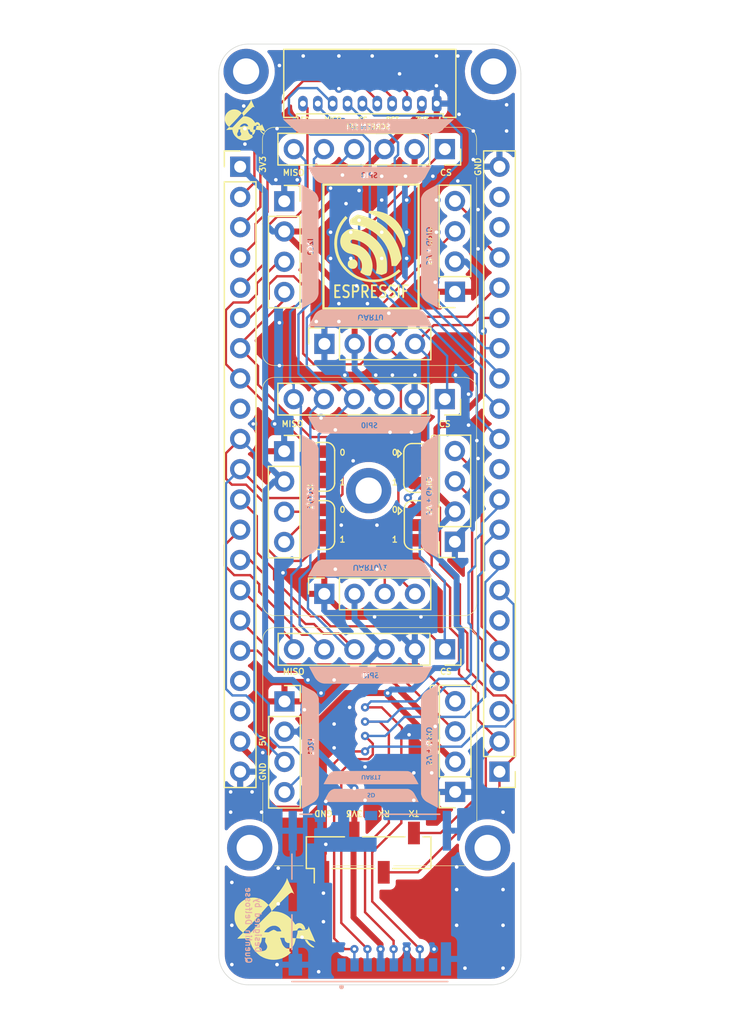
<source format=kicad_pcb>
(kicad_pcb (version 20211014) (generator pcbnew)
  (layers (0 "F.Cu" signal "F.Cu (Sig)") (31 "B.Cu" signal "B.Cu (Sig)") (34 "B.Paste" user) (35 "F.Paste" user) (36 "B.SilkS" user "B.Silkscreen") (37 "F.SilkS" user "F.Silkscreen") (38 "B.Mask" user) (39 "F.Mask" user) (44 "Edge.Cuts" user))
  (net 0 "")
  (net 1 "/I2C0_SDA")
  (net 2 "/I2C0{slash}1_SDA")
  (net 3 "/I2C1_SDA")
  (net 4 "/I2C0_SCL")
  (net 5 "/I2C0{slash}1_SCL")
  (net 6 "/I2C1_SCL")
  (net 7 "/UART0_TX")
  (net 8 "/UART0{slash}1_TX")
  (net 9 "/UART1_TX")
  (net 10 "/UART0_RX")
  (net 11 "/UART0{slash}1_RX")
  (net 12 "/UART1_RX")
  (net 13 "/SPI0_CS")
  (net 14 "GND")
  (net 15 "+3V3")
  (net 16 "/SPI0_CLK")
  (net 17 "/SPI0_MOSI")
  (net 18 "/SPI0_MISO")
  (net 19 "+5V")
  (net 20 "/GPIO15")
  (net 21 "/GPIO14")
  (net 22 "/GPIO45")
  (net 23 "/GPIO4")
  (net 24 "/GPIO26")
  (net 25 "/GPIO21")
  (net 26 "/GPIO0_D{slash}C")
  (net 27 "/GPIO1_RST")
  (net 28 "/GPIO2_SDCS")
  (net 29 "/GPIO3_LED")
  (net 34 "/SPI1_CS")
  (net 35 "/SPI1_MOSI")
  (net 36 "/SPI1_CLK")
  (net 37 "/SPI1_MISO")
  (net 39 "/SPI2_MISO")
  (net 40 "/SPI2_CLK")
  (net 41 "/SPI2_MOSI")
  (net 42 "/SPI2_CS")
  (footprint "Connector_PinHeader_2.54mm:PinHeader_1x21_P2.54mm_Vertical" (layer "F.Cu") (at 178.2 98.1 180)
    (fp_text reference "J3" hide)
    (fp_text value "ESP32_Conn_J3")
  )
  (footprint "Connector_PinSocket_2.54mm:PinSocket_1x04_P2.54mm_Vertical" (layer "F.Cu") (at 160.1 71.192893)
    (fp_text reference "J21" hide)
    (fp_text value "Conn_01x04_Female")
  )
  (footprint "Jumper:SolderJumper-3_P1.3mm_Open_RoundedPad1.0x1.5mm" (layer "F.Cu") (at 171.1575 72.592893 -90)
    (fp_text reference "JP4" hide)
    (fp_text value "SolderJumper_3_Open")
  )
  (footprint "Jumper:SolderJumper-3_P1.3mm_Open_RoundedPad1.0x1.5mm" (layer "F.Cu") (at 163.3425 72.5 -90)
    (fp_text reference "JP2" hide)
    (fp_text value "SolderJumper_3_Open")
  )
  (footprint "Connector_PinSocket_2.54mm:PinSocket_1x06_P2.54mm_Vertical" (layer "F.Cu") (at 173.607107 45.825 -90)
    (fp_text reference "J10" hide)
    (fp_text value "Conn_01x06_Female")
  )
  (footprint "Connector_PinSocket_2.54mm:PinSocket_1x04_P2.54mm_Vertical" (layer "F.Cu") (at 160.125 92.2)
    (fp_text reference "J31" hide)
    (fp_text value "Conn_01x04_Female")
  )
  (footprint "Connector_PinSocket_2.54mm:PinSocket_1x04_P2.54mm_Vertical" (layer "F.Cu") (at 174.475 99.8 180)
    (fp_text reference "J33" hide)
    (fp_text value "Conn_01x04_Female")
  )
  (footprint "LOGO" (layer "F.Cu") (at 156.7 43.5 90)
    (fp_text reference "G***" hide)
    (fp_text value "LOGO" hide)
  )
  (footprint "Connector_PinSocket_2.54mm:PinSocket_1x06_P2.54mm_Vertical" (layer "F.Cu") (at 173.6 66.817893 -90)
    (fp_text reference "J20" hide)
    (fp_text value "Conn_01x06_Female")
  )
  (footprint "Connector_PinSocket_2.54mm:PinSocket_1x04_P2.54mm_Vertical_SMD_Pin1Left" (layer "F.Cu") (at 167.2 104.9 90)
    (fp_text reference "J32" hide)
    (fp_text value "Conn_01x04_Female")
  )
  (footprint "Connector_Molex:Molex_PicoBlade_53048-1010_1x10_P1.25mm_Horizontal" (layer "F.Cu") (at 172.925 42 180)
    (fp_text reference "J40" hide)
    (fp_text value "Screen_connector")
  )
  (footprint "MountingHole:MountingHole_2.2mm_M2_DIN965_Pad_TopBottom" (layer "F.Cu") (at 156.9 39.3)
    (fp_text reference "H0" hide)
    (fp_text value "MountingHole")
  )
  (footprint "Connector_PinSocket_2.54mm:PinSocket_1x04_P2.54mm_Vertical" (layer "F.Cu") (at 160.107107 50.2)
    (fp_text reference "J11" hide)
    (fp_text value "Conn_01x04_Female")
  )
  (footprint "Connector_PinHeader_2.54mm:PinHeader_1x21_P2.54mm_Vertical" (layer "F.Cu") (at 156.4 47.3)
    (fp_text reference "J1" hide)
    (fp_text value "ESP32_Conn_J1")
  )
  (footprint "Connector_PinSocket_2.54mm:PinSocket_1x04_P2.54mm_Vertical" (layer "F.Cu") (at 174.457107 57.8 180)
    (fp_text reference "J13" hide)
    (fp_text value "Conn_01x04_Female")
  )
  (footprint "Connector_PinSocket_2.54mm:PinSocket_1x04_P2.54mm_Vertical" (layer "F.Cu") (at 163.475 83.167893 90)
    (fp_text reference "J22" hide)
    (fp_text value "Conn_01x04_Female")
  )
  (footprint "MountingHole:MountingHole_2.2mm_M2_DIN965_Pad_TopBottom" (layer "F.Cu") (at 177.2 104.5)
    (fp_text reference "H2" hide)
    (fp_text value "MountingHole")
  )
  (footprint "Connector_PinSocket_2.54mm:PinSocket_1x04_P2.54mm_Vertical" (layer "F.Cu") (at 163.482107 62.175 90)
    (fp_text reference "J12" hide)
    (fp_text value "Conn_01x04_Female")
  )
  (footprint "Jumper:SolderJumper-3_P1.3mm_Open_RoundedPad1.0x1.5mm" (layer "F.Cu") (at 163.3425 77.392893 -90)
    (fp_text reference "JP1" hide)
    (fp_text value "SolderJumper_3_Open")
  )
  (footprint "LOGO" (layer "F.Cu") (at 167.3 54)
    (fp_text reference "G***" hide)
    (fp_text value "LOGO" hide)
  )
  (footprint "Connector_PinSocket_2.54mm:PinSocket_1x04_P2.54mm_Vertical" (layer "F.Cu") (at 174.45 78.792893 180)
    (fp_text reference "J23" hide)
    (fp_text value "Conn_01x04_Female")
  )
  (footprint "MountingHole:MountingHole_2.2mm_M2_DIN965_Pad_TopBottom" (layer "F.Cu") (at 167.2 74.5)
    (fp_text reference "H4" hide)
    (fp_text value "MountingHole")
  )
  (footprint "Jumper:SolderJumper-3_P1.3mm_Open_RoundedPad1.0x1.5mm" (layer "F.Cu") (at 171.2 77.392893 -90)
    (fp_text reference "JP3" hide)
    (fp_text value "SolderJumper_3_Open")
  )
  (footprint "Connector_PinSocket_2.54mm:PinSocket_1x06_P2.54mm_Vertical" (layer "F.Cu") (at 173.625 87.825 -90)
    (fp_text reference "J30" hide)
    (fp_text value "Conn_01x06_Female")
  )
  (footprint "MountingHole:MountingHole_2.2mm_M2_DIN965_Pad_TopBottom" (layer "F.Cu") (at 157.2 104.5)
    (fp_text reference "H3" hide)
    (fp_text value "MountingHole")
  )
  (footprint "MountingHole:MountingHole_2.2mm_M2_DIN965_Pad_TopBottom" (layer "F.Cu") (at 177.7 39.3)
    (fp_text reference "H1" hide)
    (fp_text value "MountingHole")
  )
  (footprint "LOGO" (layer "F.Cu") (at 159.1 110.7 90)
    (fp_text reference "G***" hide)
    (fp_text value "LOGO" hide)
  )
  (footprint "LOGO" (layer "B.Cu") (at 167.3 69)
    (fp_text reference "G***" hide)
    (fp_text value "LOGO" hide)
  )
  (footprint "LOGO" (layer "B.Cu") (at 167.4 90)
    (fp_text reference "G***" hide)
    (fp_text value "LOGO" hide)
  )
  (footprint "LOGO" (layer "B.Cu") (at 162.3 75 90)
    (fp_text reference "G***" hide)
    (fp_text value "LOGO" hide)
  )
  (footprint "LOGO" (layer "B.Cu") (at 167.3 60 180)
    (fp_text reference "G***" hide)
    (fp_text value "LOGO" hide)
  )
  (footprint "LOGO" (layer "B.Cu") (at 167.3 81 180)
    (fp_text reference "G***" hide)
    (fp_text value "LOGO" hide)
  )
  (footprint "LOGO" (layer "B.Cu") (at 167.4 100.1 180)
    (fp_text reference "G***" hide)
    (fp_text value "LOGO" hide)
  )
  (footprint "LOGO" (layer "B.Cu") (at 172.3 75 -90)
    (fp_text reference "G***" hide)
    (fp_text value "LOGO" hide)
  )
  (footprint "LOGO" (layer "B.Cu") (at 167.4 98.6 180)
    (fp_text reference "G***" hide)
    (fp_text value "LOGO" hide)
  )
  (footprint "LOGO" (layer "B.Cu") (at 167.3 48)
    (fp_text reference "G***" hide)
    (fp_text value "LOGO" hide)
  )
  (footprint "KiCAD_Components_Footprints_Local:MOLEX_503398-1892" (layer "B.Cu") (at 167.3 108.7)
    (fp_text reference "J2" hide)
    (fp_text value "Mico_SD_Socket")
  )
  (footprint "LOGO" (layer "B.Cu") (at 167.2 43.9)
    (fp_text reference "G***" hide)
    (fp_text value "LOGO" hide)
  )
  (footprint "LOGO" (layer "B.Cu") (at 172.3 54 -90)
    (fp_text reference "G***" hide)
    (fp_text value "LOGO" hide)
  )
  (footprint "LOGO" (layer "B.Cu") (at 162.3 96 90)
    (fp_text reference "G***" hide)
    (fp_text value "LOGO" hide)
  )
  (footprint "LOGO" (layer "B.Cu") (at 172.3 96 -90)
    (fp_text reference "G***" hide)
    (fp_text value "LOGO" hide)
  )
  (footprint "LOGO" (layer "B.Cu") (at 162.3 54 90)
    (fp_text reference "G***" hide)
    (fp_text value "LOGO" hide)
  )
  (gr_line (start 158.275 83.992893) (end 158.275 65.992893) (layer "F.SilkS") (width 0.05))
  (gr_line (start 159.3 86) (end 175.3 86) (layer "F.SilkS") (width 0.05))
  (gr_line (start 176.275 48.2) (end 176.275 62.992893) (layer "F.SilkS") (width 0.05))
  (gr_arc (start 175.275 43.992893) (mid 175.982107 44.285786) (end 176.275 44.992893) (layer "F.SilkS") (width 0.05))
  (gr_line (start 175.3 106) (end 169.3 106) (layer "F.SilkS") (width 0.05))
  (gr_line (start 159.275 64.992893) (end 175.275 64.992893) (layer "F.SilkS") (width 0.05))
  (gr_line (start 175.275 63.992893) (end 159.275 63.992893) (layer "F.SilkS") (width 0.05))
  (gr_arc (start 158.275 65.992893) (mid 158.567893 65.285786) (end 159.275 64.992893) (layer "F.SilkS") (width 0.05))
  (gr_arc (start 159.275 84.992893) (mid 158.567893 84.7) (end 158.275 83.992893) (layer "F.SilkS") (width 0.05))
  (gr_line (start 163.4 59.2) (end 163.4 48.8) (layer "F.SilkS") (width 0.2))
  (gr_line (start 163.4 48.8) (end 171.4 48.8) (layer "F.SilkS") (width 0.2))
  (gr_line (start 158.275 62.992893) (end 158.275 48) (layer "F.SilkS") (width 0.05))
  (gr_arc (start 175.3 86) (mid 176.007107 86.292893) (end 176.3 87) (layer "F.SilkS") (width 0.05))
  (gr_line (start 171.4 59.2) (end 163.4 59.2) (layer "F.SilkS") (width 0.2))
  (gr_line (start 164.2 106) (end 167.7 106) (layer "F.SilkS") (width 0.05))
  (gr_line (start 175.275 84.992893) (end 159.275 84.992893) (layer "F.SilkS") (width 0.05))
  (gr_line (start 158.3 94.7) (end 158.3 87) (layer "F.SilkS") (width 0.05))
  (gr_line (start 176.275 46.3) (end 176.275 44.992893) (layer "F.SilkS") (width 0.05))
  (gr_arc (start 158.275 44.992893) (mid 158.567893 44.285786) (end 159.275 43.992893) (layer "F.SilkS") (width 0.05))
  (gr_arc (start 158.3 87) (mid 158.592893 86.292893) (end 159.3 86) (layer "F.SilkS") (width 0.05))
  (gr_line (start 171.4 48.8) (end 171.4 59.2) (layer "F.SilkS") (width 0.2))
  (gr_line (start 158.3 102.3) (end 158.3 99) (layer "F.SilkS") (width 0.05))
  (gr_arc (start 175.275 64.992893) (mid 175.982107 65.285786) (end 176.275 65.992893) (layer "F.SilkS") (width 0.05))
  (gr_line (start 158.275 46.2) (end 158.275 44.992893) (layer "F.SilkS") (width 0.05))
  (gr_line (start 159.275 43.992893) (end 175.275 43.992893) (layer "F.SilkS") (width 0.05))
  (gr_line (start 176.275 65.992893) (end 176.275 83.992893) (layer "F.SilkS") (width 0.05))
  (gr_line (start 159.3 106) (end 161.7 106) (layer "F.SilkS") (width 0.05))
  (gr_arc (start 176.275 62.992893) (mid 175.982107 63.7) (end 175.275 63.992893) (layer "F.SilkS") (width 0.05))
  (gr_arc (start 159.275 63.992893) (mid 158.567893 63.7) (end 158.275 62.992893) (layer "F.SilkS") (width 0.05))
  (gr_line (start 176.3 87) (end 176.3 102.3) (layer "F.SilkS") (width 0.05))
  (gr_arc (start 176.275 83.992893) (mid 175.982107 84.7) (end 175.275 84.992893) (layer "F.SilkS") (width 0.05))
  (gr_line (start 180 39.5) (end 180 113.5) (layer "Edge.Cuts") (width 0.05))
  (gr_arc (start 180 113.5) (mid 179.267767 115.267767) (end 177.5 116) (layer "Edge.Cuts") (width 0.05))
  (gr_arc (start 157.1 116) (mid 155.332233 115.267767) (end 154.6 113.5) (layer "Edge.Cuts") (width 0.05))
  (gr_line (start 157.1 37) (end 177.5 37) (layer "Edge.Cuts") (width 0.05))
  (gr_line (start 154.6 113.5) (end 154.6 39.5) (layer "Edge.Cuts") (width 0.05))
  (gr_arc (start 177.5 37) (mid 179.267767 37.732233) (end 180 39.5) (layer "Edge.Cuts") (width 0.05))
  (gr_arc (start 154.6 39.5) (mid 155.332233 37.732233) (end 157.1 37) (layer "Edge.Cuts") (width 0.05))
  (gr_line (start 177.5 116) (end 157.1 116) (layer "Edge.Cuts") (width 0.05))
  (gr_text "Designed by\nQuentin Delfosse" (at 157.5 111 270) (layer "B.SilkS") (effects (font (size 0.5 0.5) (thickness 0.1)) (justify mirror)))
  (gr_text "GPIO14" (at 172.6 92.1 270) (layer "F.SilkS") (effects (font (size 0.5 0.5) (thickness 0.1))))
  (gr_text "CLK" (at 166 47.8) (layer "F.SilkS") (effects (font (size 0.5 0.5) (thickness 0.1))))
  (gr_text "SDA" (at 162 99.8 90) (layer "F.SilkS") (effects (font (size 0.5 0.5) (thickness 0.1))))
  (gr_text "MISO" (at 160.9 47.8) (layer "F.SilkS") (effects (font (size 0.5 0.5) (thickness 0.1))))
  (gr_text "SD_CS" (at 167.9 44) (layer "F.SilkS") (effects (font (size 0.5 0.4) (thickness 0.1))))
  (gr_text "CLK" (at 162.9 44) (layer "F.SilkS") (effects (font (size 0.5 0.4) (thickness 0.1))))
  (gr_text "GND" (at 161.9925 71.3 90) (layer "F.SilkS") (effects (font (size 0.5 0.5) (thickness 0.1))))
  (gr_text "1" (at 169.4 78.6) (layer "F.SilkS") (effects (font (size 0.5 0.5) (thickness 0.1))))
  (gr_text "1" (at 165 78.6) (layer "F.SilkS") (effects (font (size 0.5 0.5) (thickness 0.1))))
  (gr_text "ESPRESSIF" (at 167.4 57.8) (layer "F.SilkS") (effects (font (size 1 0.8))))
  (gr_text "CS" (at 173.7 47.8) (layer "F.SilkS") (effects (font (size 0.5 0.5) (thickness 0.1))))
  (gr_text "5V" (at 172.5 97.3 270) (layer "F.SilkS") (effects (font (size 0.5 0.5) (thickness 0.1))))
  (gr_text "0" (at 165 76.1) (layer "F.SilkS") (effects (font (size 0.5 0.5) (thickness 0.1))))
  (gr_text "D/C" (at 170.4 44) (layer "F.SilkS") (effects (font (size 0.5 0.4) (thickness 0.1))))
  (gr_text "SCL" (at 162 76.192893 90) (layer "F.SilkS") (effects (font (size 0.5 0.5) (thickness 0.1))))
  (gr_text "GPIO4" (at 172.4 52.807107 270) (layer "F.SilkS") (effects (font (size 0.5 0.5) (thickness 0.1))))
  (gr_text "5V" (at 172.6 76.4 270) (layer "F.SilkS") (effects (font (size 0.5 0.5) (thickness 0.1))))
  (gr_text "GND" (at 158.3 98.1 90) (layer "F.SilkS") (effects (font (size 0.5 0.5) (thickness 0.1))))
  (gr_text "MOSI" (at 163.6 89.7) (layer "F.SilkS") (effects (font (size 0.5 0.5) (thickness 0.1))))
  (gr_text "0" (at 169.4 76.1) (layer "F.SilkS") (effects (font (size 0.5 0.5) (thickness 0.1))))
  (gr_text "MISO" (at 160.9 89.7) (layer "F.SilkS") (effects (font (size 0.5 0.5) (thickness 0.1))))
  (gr_text "GND" (at 172.6075 78.799999 270) (layer "F.SilkS") (effects (font (size 0.5 0.5) (thickness 0.1))))
  (gr_text "GND" (at 172.9 44) (layer "F.SilkS") (effects (font (size 0.5 0.4) (thickness 0.1))))
  (gr_text "GPIO26" (at 172.7 71.1 270) (layer "F.SilkS") (effects (font (size 0.5 0.5) (thickness 0.1))))
  (gr_text "GND" (at 172.4075 57.699999 270) (layer "F.SilkS") (effects (font (size 0.5 0.5) (thickness 0.1))))
  (gr_text "CLK" (at 166 89.7) (layer "F.SilkS") (effects (font (size 0.5 0.5) (thickness 0.1))))
  (gr_text "GND" (at 163.5 60.3 180) (layer "F.SilkS") (effects (font (size 0.5 0.5) (thickness 0.1))))
  (gr_text "SCL" (at 162.1 97.192893 90) (layer "F.SilkS") (effects (font (size 0.5 0.5) (thickness 0.1))))
  (gr_text "TX" (at 171.1 81.3 180) (layer "F.SilkS") (effects (font (size 0.5 0.5) (thickness 0.1))))
  (gr_text "1" (at 169.4 73.8) (layer "F.SilkS") (effects (font (size 0.5 0.5) (thickness 0.1))))
  (gr_text "3V3" (at 162.2 52.7 90) (layer "F.SilkS") (effects (font (size 0.5 0.5) (thickness 0.1))))
  (gr_text "3V3" (at 166 101.6 180) (layer "F.SilkS") (effects (font (size 0.5 0.5) (thickness 0.1))))
  (gr_text "3V3" (at 168.5 68.9) (layer "F.SilkS") (effects (font (size 0.5 0.5) (thickness 0.1))))
  (gr_text "MISO" (at 160.8 68.9) (layer "F.SilkS") (effects (font (size 0.5 0.5) (thickness 0.1))))
  (gr_text "GND" (at 172.5075 99.699999 270) (layer "F.SilkS") (effects (font (size 0.5 0.5) (thickness 0.1))))
  (gr_text "CS" (at 166.7 43.4) (layer "F.SilkS") (effects (font (size 0.5 0.4) (thickness 0.1))))
  (gr_text "3V3" (at 168.6 47.8) (layer "F.SilkS") (effects (font (size 0.5 0.5) (thickness 0.1))))
  (gr_text "SDA" (at 162.1 57.8 90) (layer "F.SilkS") (effects (font (size 0.5 0.5) (thickness 0.1))))
  (gr_text "0" (at 165 71.3) (layer "F.SilkS") (effects (font (size 0.5 0.5) (thickness 0.1))))
  (gr_text "GND" (at 171.1 47.8) (layer "F.SilkS") (effects (font (size 0.5 0.5) (thickness 0.1))))
  (gr_text "GPIO5" (at 172.5 50.2 270) (layer "F.SilkS") (effects (font (size 0.5 0.5) (thickness 0.1))))
  (gr_text "3V3" (at 162 73.7 90) (layer "F.SilkS") (effects (font (size 0.5 0.5) (thickness 0.1))))
  (gr_text "MOSI" (at 163.6 47.8) (layer "F.SilkS") (effects (font (size 0.5 0.5) (thickness 0.1))))
  (gr_text "RX" (at 168.5 81.3 180) (layer "F.SilkS") (effects (font (size 0.5 0.5) (thickness 0.1))))
  (gr_text "3V3" (at 162.1 94.7 90) (layer "F.SilkS") (effects (font (size 0.5 0.5) (thickness 0.1))))
  (gr_text "GND" (at 162.0925 92.3 90) (layer "F.SilkS") (effects (font (size 0.5 0.5) (thickness 0.1))))
  (gr_text "3V3" (at 168.6 89.7) (layer "F.SilkS") (effects (font (size 0.5 0.5) (thickness 0.1))))
  (gr_text "GND" (at 171.1 89.7) (layer "F.SilkS") (effects (font (size 0.5 0.5) (thickness 0.1))))
  (gr_text "CS" (at 173.6 68.9) (layer "F.SilkS") (effects (font (size 0.5 0.5) (thickness 0.1))))
  (gr_text "GPIO21" (at 172.6 74 270) (layer "F.SilkS") (effects (font (size 0.5 0.5) (thickness 0.1))))
  (gr_text "RX" (at 168.5 101.6 180) (layer "F.SilkS") (effects (font (size 0.5 0.5) (thickness 0.1))))
  (gr_text "3V3" (at 158.3 47.1 90) (layer "F.SilkS") (effects (font (size 0.5 0.5) (thickness 0.1))))
  (gr_text "TX" (at 171.2 60.3 180) (layer "F.SilkS") (effects (font (size 0.5 0.5) (thickness 0.1))))
  (gr_text "5V" (at 158.3 95.5 90) (layer "F.SilkS") (effects (font (size 0.5 0.5) (thickness 0.1))))
  (gr_text "3V3" (at 166.1 81.3 180) (layer "F.SilkS") (effects (font (size 0.5 0.5) (thickness 0.1))))
  (gr_text "RX" (at 168.6 60.3 180) (layer "F.SilkS") (effects (font (size 0.5 0.5) (thickness 0.1))))
  (gr_text "GND" (at 162.1925 50.3 90) (layer "F.SilkS") (effects (font (size 0.5 0.5) (thickness 0.1))))
  (gr_text "0" (at 169.4 71.3) (layer "F.SilkS") (effects (font (size 0.5 0.5) (thickness 0.1))))
  (gr_text "GND" (at 171 68.9) (layer "F.SilkS") (effects (font (size 0.5 0.5) (thickness 0.1))))
  (gr_text "1" (at 165 73.8) (layer "F.SilkS") (effects (font (size 0.5 0.5) (thickness 0.1))))
  (gr_text "SCL" (at 162.2 55.192893 90) (layer "F.SilkS") (effects (font (size 0.5 0.5) (thickness 0.1))))
  (gr_text "3V3" (at 171.7 43.4) (layer "F.SilkS") (effects (font (size 0.5 0.4) (thickness 0.1))))
  (gr_text "5V" (at 172.4 55.3 270) (layer "F.SilkS") (effects (font (size 0.5 0.5) (thickness 0.1))))
  (gr_text "GND" (at 163.5 81.3 180) (layer "F.SilkS") (effects (font (size 0.5 0.5) (thickness 0.1))))
  (gr_text "RST" (at 169.2 43.4) (layer "F.SilkS") (effects (font (size 0.5 0.4) (thickness 0.1))))
  (gr_text "MOSI" (at 165.5 44) (layer "F.SilkS") (effects (font (size 0.5 0.4) (thickness 0.1))))
  (gr_text "GND" (at 176.4 47.3 90) (layer "F.SilkS") (effects (font (size 0.5 0.5) (thickness 0.1))))
  (gr_text "MISO" (at 164.2 43.4) (layer "F.SilkS") (effects (font (size 0.5 0.4) (thickness 0.1))))
  (gr_text "MOSI" (at 163.5 68.9) (layer "F.SilkS") (effects (font (size 0.5 0.5) (thickness 0.1))))
  (gr_text "GPIO15" (at 172.5 94.9 270) (layer "F.SilkS") (effects (font (size 0.5 0.5) (thickness 0.1))))
  (gr_text "TX" (at 170.999999 101.5925 180) (layer "F.SilkS") (effects (font (size 0.5 0.5) (thickness 0.1))))
  (gr_text "SDA" (at 161.9 78.8 90) (layer "F.SilkS") (effects (font (size 0.5 0.5) (thickness 0.1))))
  (gr_text "GND" (at 163.4 101.6 180) (layer "F.SilkS") (effects (font (size 0.5 0.5) (thickness 0.1))))
  (gr_text "LED" (at 161.7 43.4) (layer "F.SilkS") (effects (font (size 0.5 0.4) (thickness 0.1))))
  (gr_text "CLK" (at 165.9 68.9) (layer "F.SilkS") (effects (font (size 0.5 0.5) (thickness 0.1))))
  (gr_text "CS" (at 173.7 89.7) (layer "F.SilkS") (effects (font (size 0.5 0.5) (thickness 0.1))))
  (gr_text "3V3" (at 166.1 60.3 180) (layer "F.SilkS") (effects (font (size 0.5 0.5) (thickness 0.1))))
  (segment (start 165 74.8) (end 165 71.2) (width 0.2) (layer "F.Cu") (net 1))
  (segment (start 157.9 64.04) (end 156.4 62.54) (width 0.2) (layer "F.Cu") (net 1))
  (segment (start 163.8 70) (end 162.3 70) (width 0.2) (layer "F.Cu") (net 1))
  (segment (start 156.4 62.54) (end 156.4 62.2) (width 0.2) (layer "F.Cu") (net 1))
  (segment (start 162.3 70) (end 157.9 65.6) (width 0.2) (layer "F.Cu") (net 1))
  (segment (start 163.3425 76.092893) (end 163.707107 76.092893) (width 0.2) (layer "F.Cu") (net 1))
  (segment (start 160.107107 58.492893) (end 160.107107 57.82) (width 0.2) (layer "F.Cu") (net 1))
  (segment (start 156.4 62.2) (end 160.107107 58.492893) (width 0.2) (layer "F.Cu") (net 1))
  (segment (start 165 71.2) (end 163.8 70) (width 0.2) (layer "F.Cu") (net 1))
  (segment (start 163.707107 76.092893) (end 165 74.8) (width 0.2) (layer "F.Cu") (net 1))
  (segment (start 157.9 65.6) (end 157.9 64.04) (width 0.2) (layer "F.Cu") (net 1))
  (segment (start 161.52 77.392893) (end 163.5425 77.392893) (width 0.2) (layer "F.Cu") (net 2))
  (segment (start 160.1 78.812893) (end 161.52 77.392893) (width 0.2) (layer "F.Cu") (net 2))
  (segment (start 156.9 74) (end 158.5 75.6) (width 0.2) (layer "F.Cu") (net 3))
  (segment (start 161.635393 80.4) (end 163.3425 78.692893) (width 0.2) (layer "F.Cu") (net 3))
  (segment (start 159.7 80.4) (end 161.635393 80.4) (width 0.2) (layer "F.Cu") (net 3))
  (segment (start 155.2 73.5) (end 155.7 74) (width 0.2) (layer "F.Cu") (net 3))
  (segment (start 156.4 70.16) (end 155.2 71.36) (width 0.2) (layer "F.Cu") (net 3))
  (segment (start 158.5 79.2) (end 159.7 80.4) (width 0.2) (layer "F.Cu") (net 3))
  (segment (start 155.7 74) (end 156.9 74) (width 0.2) (layer "F.Cu") (net 3))
  (segment (start 158.5 75.6) (end 158.5 79.2) (width 0.2) (layer "F.Cu") (net 3))
  (segment (start 155.2 71.36) (end 155.2 73.5) (width 0.2) (layer "F.Cu") (net 3))
  (segment (start 159.694657 96.044657) (end 160.844657 96.044657) (width 0.2) (layer "B.Cu") (net 3))
  (segment (start 161.5 96.7) (end 161.5 98.445) (width 0.2) (layer "B.Cu") (net 3))
  (segment (start 160.844657 96.044657) (end 161.5 96.7) (width 0.2) (layer "B.Cu") (net 3))
  (segment (start 157.6 71.36) (end 157.6 91.2) (width 0.2) (layer "B.Cu") (net 3))
  (segment (start 156.4 70.16) (end 157.6 71.36) (width 0.2) (layer "B.Cu") (net 3))
  (segment (start 158.8 92.4) (end 158.8 95.15) (width 0.2) (layer "B.Cu") (net 3))
  (segment (start 157.6 91.2) (end 158.8 92.4) (width 0.2) (layer "B.Cu") (net 3))
  (segment (start 161.5 98.445) (end 160.125 99.82) (width 0.2) (layer "B.Cu") (net 3))
  (segment (start 158.8 95.15) (end 159.694657 96.044657) (width 0.2) (layer "B.Cu") (net 3))
  (segment (start 157.8 58) (end 157.8 57.1) (width 0.2) (layer "F.Cu") (net 4))
  (segment (start 162.52 71.2) (end 163.3425 71.2) (width 0.2) (layer "F.Cu") (net 4))
  (segment (start 156.4 65.08) (end 155.2 63.88) (width 0.2) (layer "F.Cu") (net 4))
  (segment (start 155.833654 58.7) (end 157.1 58.7) (width 0.2) (layer "F.Cu") (net 4))
  (segment (start 155.2 59.333654) (end 155.833654 58.7) (width 0.2) (layer "F.Cu") (net 4))
  (segment (start 157.1 58.7) (end 157.8 58) (width 0.2) (layer "F.Cu") (net 4))
  (segment (start 159.62 55.28) (end 160.107107 55.28) (width 0.2) (layer "F.Cu") (net 4))
  (segment (start 155.2 63.88) (end 155.2 59.333654) (width 0.2) (layer "F.Cu") (net 4))
  (segment (start 157.8 57.1) (end 159.62 55.28) (width 0.2) (layer "F.Cu") (net 4))
  (segment (start 156.4 65.08) (end 162.52 71.2) (width 0.2) (layer "F.Cu") (net 4))
  (segment (start 163.8 75) (end 164.5 74.3) (width 0.2) (layer "F.Cu") (net 5))
  (segment (start 160.1 76.272893) (end 161.627107 76.272893) (width 0.2) (layer "F.Cu") (net 5))
  (segment (start 163.766764 72.5) (end 163.3425 72.5) (width 0.2) (layer "F.Cu") (net 5))
  (segment (start 161.627107 76.272893) (end 162.9 75) (width 0.2) (layer "F.Cu") (net 5))
  (segment (start 164.5 73.233236) (end 163.766764 72.5) (width 0.2) (layer "F.Cu") (net 5))
  (segment (start 164.5 74.3) (end 164.5 73.233236) (width 0.2) (layer "F.Cu") (net 5))
  (segment (start 162.9 75) (end 163.8 75) (width 0.2) (layer "F.Cu") (net 5))
  (segment (start 162.019607 75.122893) (end 163.3425 73.8) (width 0.2) (layer "F.Cu") (net 6))
  (segment (start 158.822893 75.122893) (end 162.019607 75.122893) (width 0.2) (layer "F.Cu") (net 6))
  (segment (start 156.4 72.7) (end 158.822893 75.122893) (width 0.2) (layer "F.Cu") (net 6))
  (segment (start 155.2 73.9) (end 155.2 91.146346) (width 0.2) (layer "B.Cu") (net 6))
  (segment (start 157.6 94.755) (end 160.125 97.28) (width 0.2) (layer "B.Cu") (net 6))
  (segment (start 156.4 72.7) (end 155.2 73.9) (width 0.2) (layer "B.Cu") (net 6))
  (segment (start 155.753654 91.7) (end 156.9 91.7) (width 0.2) (layer "B.Cu") (net 6))
  (segment (start 155.2 91.146346) (end 155.753654 91.7) (width 0.2) (layer "B.Cu") (net 6))
  (segment (start 157.6 92.4) (end 157.6 94.755) (width 0.2) (layer "B.Cu") (net 6))
  (segment (start 156.9 91.7) (end 157.6 92.4) (width 0.2) (layer "B.Cu") (net 6))
  (segment (start 171.2 75.8) (end 170.5 75.1) (width 0.2) (layer "F.Cu") (net 7))
  (segment (start 172.677107 60.6) (end 175.9 60.6) (width 0.2) (layer "F.Cu") (net 7))
  (segment (start 171.102107 62.175) (end 172.677107 60.6) (width 0.2) (layer "F.Cu") (net 7))
  (segment (start 176.5 60) (end 178.2 60) (width 0.2) (layer "F.Cu") (net 7))
  (segment (start 171.2 76.092893) (end 171.2 75.8) (width 0.2) (layer "F.Cu") (net 7))
  (segment (start 175.9 60.6) (end 176.5 60) (width 0.2) (layer "F.Cu") (net 7))
  (via (at 170.5 75.1) (size 0.7) (drill 0.3) (layers "F.Cu" "B.Cu") (net 7))
  (segment (start 170.5 75.1) (end 172.21 73.39) (width 0.2) (layer "B.Cu") (net 7))
  (segment (start 172.21 63.282893) (end 171.102107 62.175) (width 0.2) (layer "B.Cu") (net 7))
  (segment (start 172.21 73.39) (end 172.21 63.282893) (width 0.2) (layer "B.Cu") (net 7))
  (segment (start 169.8 81.872893) (end 171.095 83.167893) (width 0.2) (layer "F.Cu") (net 8))
  (segment (start 171.2 77.392893) (end 170.707107 77.392893) (width 0.2) (layer "F.Cu") (net 8))
  (segment (start 169.8 78.3) (end 169.8 81.872893) (width 0.2) (layer "F.Cu") (net 8))
  (segment (start 170.707107 77.392893) (end 169.8 78.3) (width 0.2) (layer "F.Cu") (net 8))
  (segment (start 173.25 103.25) (end 171.01 103.25) (width 0.2) (layer "F.Cu") (net 9))
  (segment (start 172.5 81.1) (end 174.05 82.65) (width 0.2) (layer "F.Cu") (net 9))
  (segment (start 172.5 79.992893) (end 171.2 78.692893) (width 0.2) (layer "F.Cu") (net 9))
  (segment (start 176.4 91.5) (end 174.8 89.9) (width 0.2) (layer "F.Cu") (net 9))
  (segment (start 178.2 95.56) (end 177.05 96.71) (width 0.2) (layer "F.Cu") (net 9))
  (segment (start 177.05 99.45) (end 173.25 103.25) (width 0.2) (layer "F.Cu") (net 9))
  (segment (start 174.8 86.8) (end 174.05 86.05) (width 0.2) (layer "F.Cu") (net 9))
  (segment (start 176.4 93.76) (end 176.4 91.5) (width 0.2) (layer "F.Cu") (net 9))
  (segment (start 174.8 89.9) (end 174.8 86.8) (width 0.2) (layer "F.Cu") (net 9))
  (segment (start 177.05 96.71) (end 177.05 99.45) (width 0.2) (layer "F.Cu") (net 9))
  (segment (start 174.05 82.65) (end 174.05 86.05) (width 0.2) (layer "F.Cu") (net 9))
  (segment (start 172.5 81.1) (end 172.5 79.992893) (width 0.2) (layer "F.Cu") (net 9))
  (segment (start 178.2 95.56) (end 176.4 93.76) (width 0.2) (layer "F.Cu") (net 9))
  (segment (start 169.91 63.522893) (end 169.91 70.045393) (width 0.2) (layer "F.Cu") (net 10))
  (segment (start 168.562107 62.175) (end 169.91 63.522893) (width 0.2) (layer "F.Cu") (net 10))
  (segment (start 169.91 70.045393) (end 171.1575 71.292893) (width 0.2) (layer "F.Cu") (net 10))
  (segment (start 177.94 57.46) (end 178.2 57.46) (width 0.2) (layer "F.Cu") (net 10))
  (segment (start 168.562107 62.175) (end 170.837107 59.9) (width 0.2) (layer "F.Cu") (net 10))
  (segment (start 170.837107 59.9) (end 175.5 59.9) (width 0.2) (layer "F.Cu") (net 10))
  (segment (start 175.5 59.9) (end 177.94 57.46) (width 0.2) (layer "F.Cu") (net 10))
  (segment (start 170.407107 72.592893) (end 169.7 73.3) (width 0.2) (layer "F.Cu") (net 11))
  (segment (start 169.7 75.8) (end 168.555 76.945) (width 0.2) (layer "F.Cu") (net 11))
  (segment (start 168.555 76.945) (end 168.555 83.167893) (width 0.2) (layer "F.Cu") (net 11))
  (segment (start 171.1575 72.592893) (end 170.407107 72.592893) (width 0.2) (layer "F.Cu") (net 11))
  (segment (start 169.7 73.3) (end 169.7 75.8) (width 0.2) (layer "F.Cu") (net 11))
  (segment (start 175.5 89.5) (end 175.5 86.475) (width 0.2) (layer "F.Cu") (net 12))
  (segment (start 178.2 98.1) (end 179.5 96.8) (width 0.2) (layer "F.Cu") (net 12))
  (segment (start 171.35 106.55) (end 178.2 99.7) (width 0.2) (layer "F.Cu") (net 12))
  (segment (start 175.5 86.475) (end 174.875 85.85) (width 0.2) (layer "F.Cu") (net 12))
  (segment (start 174.875 85.85) (end 174.875 82.375) (width 0.2) (layer "F.Cu") (net 12))
  (segment (start 178.703173 91.7) (end 177.7 91.7) (width 0.2) (layer "F.Cu") (net 12))
  (segment (start 168.47 106.55) (end 171.35 106.55) (width 0.2) (layer "F.Cu") (net 12))
  (segment (start 179.5 92.496827) (end 178.703173 91.7) (width 0.2) (layer "F.Cu") (net 12))
  (segment (start 178.2 99.7) (end 178.2 98.1) (width 0.2) (layer "F.Cu") (net 12))
  (segment (start 174.875 82.375) (end 173.2 80.7) (width 0.2) (layer "F.Cu") (net 12))
  (segment (start 173.2 75.935393) (end 171.1575 73.892893) (width 0.2) (layer "F.Cu") (net 12))
  (segment (start 173.2 80.7) (end 173.2 75.935393) (width 0.2) (layer "F.Cu") (net 12))
  (segment (start 179.5 96.8) (end 179.5 92.496827) (width 0.2) (layer "F.Cu") (net 12))
  (segment (start 177.7 91.7) (end 175.5 89.5) (width 0.2) (layer "F.Cu") (net 12))
  (segment (start 171.7 85.9) (end 164 85.9) (width 0.2) (layer "F.Cu") (net 13))
  (segment (start 159.25 81.15) (end 157.8 79.7) (width 0.2) (layer "F.Cu") (net 13))
  (segment (start 159.25 81.95) (end 159.25 81.15) (width 0.2) (layer "F.Cu") (net 13))
  (segment (start 167.632107 51.8) (end 173.607107 45.825) (width 0.2) (layer "F.Cu") (net 13))
  (segment (start 162.35 85.05) (end 159.25 81.95) (width 0.2) (layer "F.Cu") (net 13))
  (segment (start 173.625 87.825) (end 171.7 85.9) (width 0.2) (layer "F.Cu") (net 13))
  (segment (start 157.8 76.64) (end 156.4 75.24) (width 0.2) (layer "F.Cu") (net 13))
  (segment (start 163.15 85.05) (end 162.35 85.05) (width 0.2) (layer "F.Cu") (net 13))
  (segment (start 157.8 79.7) (end 157.8 76.64) (width 0.2) (layer "F.Cu") (net 13))
  (segment (start 166.4 51.8) (end 167.632107 51.8) (width 0.2) (layer "F.Cu") (net 13))
  (segment (start 164 85.9) (end 163.15 85.05) (width 0.2) (layer "F.Cu") (net 13))
  (via (at 166.4 51.8) (size 0.7) (drill 0.3) (layers "F.Cu" "B.Cu") (net 13))
  (segment (start 171.5 77.1) (end 171.5 80) (width 0.2) (layer "B.Cu") (net 13))
  (segment (start 173.8 66.617893) (end 173.8 63.2) (width 0.2) (layer "B.Cu") (net 13))
  (segment (start 173.6 66.817893) (end 173.1 67.317893) (width 0.2) (layer "B.Cu") (net 13))
  (segment (start 166.4 55.8) (end 166.4 51.8) (width 0.2) (layer "B.Cu") (net 13))
  (segment (start 173.6 66.817893) (end 173.8 66.617893) (width 0.2) (layer "B.Cu") (net 13))
  (segment (start 173.8 63.2) (end 166.4 55.8) (width 0.2) (layer "B.Cu") (net 13))
  (segment (start 173.6 82.1) (end 173.6 87.8) (width 0.2) (layer "B.Cu") (net 13))
  (segment (start 171.5 80) (end 173.6 82.1) (width 0.2) (layer "B.Cu") (net 13))
  (segment (start 173.1 67.317893) (end 173.1 75.5) (width 0.2) (layer "B.Cu") (net 13))
  (segment (start 173.6 87.8) (end 173.625 87.825) (width 0.2) (layer "B.Cu") (net 13))
  (segment (start 173.1 75.5) (end 171.5 77.1) (width 0.2) (layer "B.Cu") (net 13))
  (segment (start 167.7 85.1) (end 165.407107 85.1) (width 0.5) (layer "F.Cu") (net 14))
  (segment (start 172.925 42.575) (end 172.925 42) (width 0.2) (layer "F.Cu") (net 14))
  (segment (start 165.407107 85.1) (end 163.475 83.167893) (width 0.5) (layer "F.Cu") (net 14))
  (via (at 170.4 55) (size 0.7) (drill 0.3) (layers "F.Cu" "B.Cu") (net 14))
  (via (at 163 114.9) (size 0.7) (drill 0.3) (layers "F.Cu" "B.Cu") (net 14))
  (via (at 178.5 114.6) (size 0.7) (drill 0.3) (layers "F.Cu" "B.Cu") (net 14))
  (via (at 168.3 48.1) (size 0.7) (drill 0.3) (layers "F.Cu" "B.Cu") (net 14))
  (via (at 157.4 99.8) (size 0.7) (drill 0.3) (layers "F.Cu" "B.Cu") (net 14))
  (via (at 176 44.3) (size 0.7) (drill 0.3) (layers "F.Cu" "B.Cu") (net 14))
  (via (at 159.7 60.4) (size 0.7) (drill 0.3) (layers "F.Cu" "B.Cu") (net 14))
  (via (at 164.7 38) (size 0.7) (drill 0.3) (layers "F.Cu" "B.Cu") (net 14))
  (via (at 161.6 112) (size 0.7) (drill 0.3) (layers "F.Cu" "B.Cu") (net 14))
  (via (at 165.3 50.4) (size 0.7) (drill 0.3) (layers "F.Cu" "B.Cu") (net 14))
  (via (at 165.9 72) (size 0.7) (drill 0.3) (layers "F.Cu" "B.Cu") (net 14))
  (via (at 155.7 107.4) (size 0.7) (drill 0.3) (layers "F.Cu" "B.Cu") (net 14))
  (via (at 163.4 110.7) (size 0.7) (drill 0.3) (layers "F.Cu" "B.Cu") (net 14))
  (via (at 171.6 85.1) (size 0.7) (drill 0.3) (layers "F.Cu" "B.Cu") (net 14))
  (via (at 158.3 96.5) (size 0.7) (drill 0.3) (layers "F.Cu" "B.Cu") (net 14))
  (via (at 178.8 42.1) (size 0.7) (drill 0.3) (layers "F.Cu" "B.Cu") (net 14))
  (via (at 172.9 50.1) (size 0.7) (drill 0.3) (layers "F.Cu" "B.Cu") (net 14))
  (via (at 164.4 81.1) (size 0.7) (drill 0.3) (layers "F.Cu" "B.Cu") (net 14))
  (via (at 178.8 44.3) (size 0.7) (drill 0.3) (layers "F.Cu" "B.Cu") (net 14))
  (via (at 167.1 58.8) (size 0.7) (drill 0.3) (layers "F.Cu" "B.Cu") (net 14))
  (via (at 166.2 57.3) (size 0.7) (drill 0.3) (layers "F.Cu" "B.Cu") (net 14))
  (via (at 164.3 90.4) (size 0.7) (drill 0.3) (layers "F.Cu" "B.Cu") (net 14))
  (via (at 164.7 60.3) (size 0.7) (drill 0.3) (layers "F.Cu" "B.Cu") (net 14))
  (via (at 176.3 70.3) (size 0.7) (drill 0.3) (layers "F.Cu" "B.Cu") (net 14))
  (via (at 167.7 85.1) (size 0.7) (drill 0.3) (layers "F.Cu" "B.Cu") (net 14))
  (via (at 176 46.7) (size 0.7) (drill 0.3) (layers "F.Cu" "B.Cu") (net 14))
  (via (at 170.8 69.6) (size 0.7) (drill 0.3) (layers "F.Cu" "B.Cu") (net 14))
  (via (at 165.7 52.8) (size 0.7) (drill 0.3) (layers "F.Cu" "B.Cu") (net 14))
  (via (at 174.7 48.5) (size 0.7) (drill 0.3) (layers "F.Cu" "B.Cu") (net 14))
  (via (at 174.8 42.9) (size 0.7) (drill 0.3) (layers "F.Cu" "B.Cu") (net 14))
  (via (at 164.3 94.1) (size 0.7) (drill 0.3) (layers "F.Cu" "B.Cu") (net 14))
  (via (at 172.9 38) (size 0.7) (drill 0.3) (layers "F.Cu" "B.Cu") (net 14))
  (via (at 170.4 52.8) (size 0.7) (drill 0.3) (layers "F.Cu" "B.Cu") (net 14))
  (via (at 164.7 58.8) (size 0.7) (drill 0.3) (layers "F.Cu" "B.Cu") (net 14))
  (via (at 169.2 64.8) (size 0.7) (drill 0.3) (layers "F.Cu" "B.Cu") (net 14))
  (via (at 164.3 96.1) (size 0.7) (drill 0.3) (layers "F.Cu" "B.Cu") (net 14))
  (via (at 174.6 108) (size 0.7) (drill 0.3) (layers "F.Cu" "B.Cu") (net 14))
  (via (at 167.5 38) (size 0.7) (drill 0.3) (layers "F.Cu" "B.Cu") (net 14))
  (via (at 175.3 114.6) (size 0.7) (drill 0.3) (layers "F.Cu" "B.Cu") (net 14))
  (via (at 159.7 38.8) (size 0.7) (drill 0.3) (layers "F.Cu" "B.Cu") (net 14))
  (via (at 163.2 91.5) (size 0.7) (drill 0.3) (layers "F.Cu" "B.Cu") (net 14))
  (via (at 159.5 114.3) (size 0.7) (drill 0.3) (layers "F.Cu" "B.Cu") (net 14))
  (via (at 166.9 97.7) (size 0.7) (drill 0.3) (layers "F.Cu" "B.Cu") (net 14))
  (via (at 162.1 90.4) (size 0.7) (drill 0.3) (layers "F.Cu" "B.Cu") (net 14))
  (via (at 167.8 64.8) (size 0.7) (drill 0.3) (layers "F.Cu" "B.Cu") (net 14))
  (via (at 166.9 100.5) (size 0.7) (drill 0.3) (layers "F.Cu" "B.Cu") (net 14))
  (via (at 162.8 60.3) (size 0.7) (drill 0.3) (layers "F.Cu" "B.Cu") (net 14))
  (via (at 174.7 38) (size 0.7) (drill 0.3) (layers "F.Cu" "B.Cu") (net 14))
  (via (at 172.8 57) (size 0.7) (drill 0.3) (layers "F.Cu" "B.Cu") (net 14))
  (via (at 166.4 49.3) (size 0.7) (drill 0.3) (layers "F.Cu" "B.Cu") (net 14))
  (via (at 157.5 68.9) (size 0.7) (drill 0.3) (layers "F.Cu" "B.Cu") (net 14))
  (via (at 159.6 106.2) (size 0.7) (drill 0.3) (layers "F.Cu" "B.Cu") (net 14))
  (via (at 155.6 101.5) (size 0.7) (drill 0.3) (layers "F.Cu" "B.Cu") (net 14))
  (via (at 178.5 111) (size 0.7) (drill 0.3) (layers "F.Cu" "B.Cu") (net 14))
  (via (at 172.8 94.3) (size 0.7) (drill 0.3) (layers "F.Cu" "B.Cu") (net 14))
  (via (at 167.9 81.1) (size 0.7) (drill 0.3) (layers "F.Cu" "B.Cu") (net 14))
  (via (at 156.8 44.1) (size 0.7) (drill 0.3) (layers "F.Cu" "B.Cu") (net 14))
  (via (at 168.3 55) (size 0.7) (drill 0.3) (layers "F.Cu" "B.Cu") (net 14))
  (via (at 176.4 71.8) (size 0.7) (drill 0.3) (layers "F.Cu" "B.Cu") (net 14))
  (via (at 163.2 68.4) (size 0.7) (drill 0.3) (layers "F.Cu" "B.Cu") (net 14))
  (via (at 164.4 69.4) (size 0.7) (drill 0.3) (layers "F.Cu" "B.Cu") (net 14))
  (via (at 161.7 38) (size 0.7) (drill 0.3) (layers "F.Cu" "B.Cu") (net 14))
  (via (at 165.7 55) (size 0.7) (drill 0.3) (layers "F.Cu" "B.Cu") (net 14))
  (via (at 176.4 50.9) (size 0.7) (drill 0.3) (layers "F.Cu" "B.Cu") (net 14))
  (via (at 159.4 48.4) (size 0.7) (drill 0.3) (layers "F.Cu" "B.Cu") (net 14))
  (via (at 165.2 64.8) (size 0.7) (drill 0.3) (layers "F.Cu" "B.Cu") (net 14))
  (via (at 158.2 101.5) (size 0.7) (drill 0.3) (layers "F.Cu" "B.Cu") (net 14))
  (via (at 169 69.6) (size 0.7) (drill 0.3) (layers "F.Cu" "B.Cu") (net 14))
  (via (at 155.6 99.8) (size 0.7) (drill 0.3) (layers "F.Cu" "B.Cu") (net 14))
  (via (at 164 52.8) (size 0.7) (drill 0.3) (layers "F.Cu" "B.Cu") (net 14))
  (via (at 178.5 108) (size 0.7) (drill 0.3) (layers "F.Cu" "B.Cu") (net 14))
  (via (at 171 98.2) (size 0.7) (drill 0.3) (layers "F.Cu" "B.Cu") (net 14))
  (via (at 167.9 77.4) (size 0.7) (drill 0.3) (layers "F.Cu" "B.Cu") (net 14))
  (via (at 178.5 101.5) (size 0.7) (drill 0.3) (layers "F.Cu" "B.Cu") (net 14))
  (via (at 164 55) (size 0.7) (drill 0.3) (layers "F.Cu" "B.Cu") (net 14))
  (via (at 163.4 108.3) (size 0.7) (drill 0.3) (layers "F.Cu" "B.Cu") (net 14))
  (via (at 163.6 104.2) (size 0.7) (drill 0.3) (layers "F.Cu" "B.Cu") (net 14))
  (via (at 168.3 52.8) (size 0.7) (drill 0.3) (layers "F.Cu" "B.Cu") (net 14))
  (via (at 169.8 39.5) (size 0.7) (drill 0.3) (layers "F.Cu" "B.Cu") (net 14))
  (via (at 159.6 109.2) (size 0.7) (drill 0.3) (layers "F.Cu" "B.Cu") (net 14))
  (via (at 171.1 64.8) (size 0.7) (drill 0.3) (layers "F.Cu" "B.Cu") (net 14))
  (via (at 174.6 106.1) (size 0.7) (drill 0.3) (layers "F.Cu" "B.Cu") (net 14))
  (via (at 170.4 113) (size 0.7) (drill 0.3) (layers "F.Cu" "B.Cu") (net 14))
  (via (at 165 48) (size 0.7) (drill 0.3) (layers "F.Cu" "B.Cu") (net 14))
  (via (at 170.4 50.1) (size 0.7) (drill 0.3) (layers "F.Cu" "B.Cu") (net 14))
  (via (at 172.9 40.5) (size 0.7) (drill 0.3) (layers "F.Cu" "B.Cu") (net 14))
  (via (at 164 49.1) (size 0.7) (drill 0.3) (layers "F.Cu" "B.Cu") (net 14))
  (via (at 164.9 77.4) (size 0.7) (drill 0.3) (layers "F.Cu" "B.Cu") (net 14))
  (via (at 175.6 66.4) (size 0.7) (drill 0.3) (layers "F.Cu" "B.Cu") (net 14))
  (via (at 168.3 50.1) (size 0.7) (drill 0.3) (layers "F.Cu" "B.Cu") (net 14))
  (via (at 172.6 48.1) (size 0.7) (drill 0.3) (layers "F.Cu" "B.Cu") (net 14))
  (via (at 174.5 64.8) (size 0.7) (drill 0.3) (layers "F.Cu" "B.Cu") (net 14))
  (via (at 176.4 54.2) (size 0.7) (drill 0.3) (layers "F.Cu" "B.Cu") (net 14))
  (via (at 159.3 68.9) (size 0.7) (drill 0.3) (layers "F.Cu" "B.Cu") (net 14))
  (via (at 161.2 48.4) (size 0.7) (drill 0.3) (layers "F.Cu" "B.Cu") (net 14))
  (via (at 174.6 111) (size 0.7) (drill 0.3) (layers "F.Cu" "B.Cu") (net 14))
  (via (at 164.7 40.7495) (size 0.7) (drill 0.3) (layers "F.Cu" "B.Cu") (net 14))
  (via (at 172.5 98.2) (size 0.7) (drill 0.3) (layers "F.Cu" "B.Cu") (net 14))
  (via (at 159.7 64) (size 0.7) (drill 0.3) (layers "F.Cu" "B.Cu") (net 14))
  (via (at 155.7 114.3) (size 0.7) (drill 0.3) (layers "F.Cu" "B.Cu") (net 14))
  (via (at 172.7 113) (size 0.7) (drill 0.3) (layers "F.Cu" "B.Cu") (net 14))
  (via (at 160 81.4) (size 0.7) (drill 0.3) (layers "F.Cu" "B.Cu") (net 14))
  (via (at 172.9 52.8) (size 0.7) (drill 0.3) (layers "F.Cu" "B.Cu") (net 14))
  (via (at 155.7 111) (size 0.7) (drill 0.3) (layers "F.Cu" "B.Cu") (net 14))
  (via (at 170.3 48.1) (size 0.7) (drill 0.3) (layers "F.Cu" "B.Cu") (net 14))
  (via (at 156.7 42.2) (size 0.7) (drill 0.3) (layers "F.Cu" "B.Cu") (net 14))
  (via (at 163.6 100.6) (size 0.7) (drill 0.3) (layers "F.Cu" "B.Cu") (net 14))
  (via (at 170.6 95) (size 0.7) (drill 0.3) (layers "F.Cu" "B.Cu") (net 14))
  (via (at 165.6 92.7) (size 0.7) (drill 0.3) (layers "F.Cu" "B.Cu") (net 14))
  (via (at 175.6 69) (size 0.7) (drill 0.3) (layers "F.Cu" "B.Cu") (net 14))
  (via (at 159.5 44.1) (size 0.7) (drill 0.3) (layers "F.Cu" "B.Cu") (net 14))
  (via (at 156.8 45.4) (size 0.7) (drill 0.3) (layers "F.Cu" "B.Cu") (net 14))
  (via (at 171 100.5) (size 0.7) (drill 0.3) (layers "F.Cu" "B.Cu") (net 14))
  (via (at 168.9 59.6) (size 0.7) (drill 0.3) (layers "F.Cu" "B.Cu") (net 14))
  (via (at 161.8 92.9) (size 0.7) (drill 0.3) (layers "F.Cu" "B.Cu") (net 14))
  (segment (start 176.4 76.5) (end 176.4 71.8) (width 0.5) (layer "B.Cu") (net 14))
  (segment (start 171.085 87.825) (end 168.36 85.1) (width 0.5) (layer "B.Cu") (net 14))
  (segment (start 168.36 85.1) (end 167.7 85.1) (width 0.5) (layer "B.Cu") (net 14))
  (segment (start 174.45 78.45) (end 176.4 76.5) (width 0.5) (layer "B.Cu") (net 14))
  (segment (start 174.45 78.792893) (end 174.45 78.45) (width 0.5) (layer "B.Cu") (net 14))
  (segment (start 168.2 113) (end 168.2 112.6) (width 0.5) (layer "F.Cu") (net 15))
  (segment (start 171.675 42.677107) (end 168.527107 45.825) (width 0.5) (layer "F.Cu") (net 15))
  (segment (start 165.93 110.33) (end 165.93 103.25) (width 0.5) (layer "F.Cu") (net 15))
  (segment (start 171.675 42) (end 171.675 42.677107) (width 0.5) (layer "F.Cu") (net 15))
  (segment (start 166 99.5) (end 166 103.18) (width 0.5) (layer "F.Cu") (net 15))
  (segment (start 160.107107 52.74) (end 161.612107 52.74) (width 0.5) (layer "F.Cu") (net 15))
  (segment (start 168.2 112.6) (end 165.93 110.33) (width 0.5) (layer "F.Cu") (net 15))
  (segment (start 161.612107 52.74) (end 168.527107 45.825) (width 0.5) (layer "F.Cu") (net 15))
  (segment (start 166 103.18) (end 165.93 103.25) (width 0.5) (layer "F.Cu") (net 15))
  (segment (start 166.022107 58.655) (end 160.107107 52.74) (width 0.5) (layer "F.Cu") (net 15))
  (segment (start 166.022107 62.175) (end 166.022107 58.655) (width 0.5) (layer "F.Cu") (net 15))
  (via (at 166 99.5) (size 0.7) (drill 0.3) (layers "F.Cu" "B.Cu") (net 15))
  (via (at 168.2 113) (size 0.7) (drill 0.3) (layers "F.Cu" "B.Cu") (net 15))
  (segment (start 161.24 94.74) (end 164.4 97.9) (width 0.5) (layer "B.Cu") (net 15))
  (segment (start 158.5 89.8) (end 158.5 74.5) (width 0.5) (layer "B.Cu") (net 15))
  (segment (start 163.2 92.8) (end 160.8 90.4) (width 0.5) (layer "B.Cu") (net 15))
  (segment (start 164.4 97.9) (end 166 99.5) (width 0.5) (layer "B.Cu") (net 15))
  (segment (start 161.26 94.74) (end 163.2 92.8) (width 0.5) (layer "B.Cu") (net 15))
  (segment (start 166.022107 64.32) (end 168.52 66.817893) (width 0.5) (layer "B.Cu") (net 15))
  (segment (start 158.5 52.1) (end 159.14 52.74) (width 0.5) (layer "B.Cu") (net 15))
  (segment (start 160.125 94.74) (end 161.24 94.74) (width 0.5) (layer "B.Cu") (net 15))
  (segment (start 158.5 52.1) (end 158.5 72.132893) (width 0.5) (layer "B.Cu") (net 15))
  (segment (start 159.1 90.4) (end 158.5 89.8) (width 0.5) (layer "B.Cu") (net 15))
  (segment (start 159.267107 73.732893) (end 160.1 73.732893) (width 0.5) (layer "B.Cu") (net 15))
  (segment (start 159.14 52.74) (end 160.107107 52.74) (width 0.5) (layer "B.Cu") (net 15))
  (segment (start 168.2 113) (end 168.2 114.305) (width 0.5) (layer "B.Cu") (net 15))
  (segment (start 168.175 87.825) (end 168.545 87.825) (width 0.5) (layer "B.Cu") (net 15))
  (segment (start 160.8 90.4) (end 159.1 90.4) (width 0.5) (layer "B.Cu") (net 15))
  (segment (start 156.4 47.3) (end 158.5 49.4) (width 0.5) (layer "B.Cu") (net 15))
  (segment (start 166.015 85.295) (end 168.545 87.825) (width 0.5) (layer "B.Cu") (net 15))
  (segment (start 168.2 114.305) (end 168.22 114.325) (width 0.5) (layer "B.Cu") (net 15))
  (segment (start 158.5 74.5) (end 159.267107 73.732893) (width 0.5) (layer "B.Cu") (net 15))
  (segment (start 166.015 83.167893) (end 166.015 85.295) (width 0.5) (layer "B.Cu") (net 15))
  (segment (start 163.2 92.8) (end 168.175 87.825) (width 0.5) (layer "B.Cu") (net 15))
  (segment (start 158.5 72.132893) (end 160.1 73.732893) (width 0.5) (layer "B.Cu") (net 15))
  (segment (start 166.022107 62.175) (end 166.022107 64.32) (width 0.5) (layer "B.Cu") (net 15))
  (segment (start 158.5 49.4) (end 158.5 52.1) (width 0.5) (layer "B.Cu") (net 15))
  (segment (start 160.125 94.74) (end 161.26 94.74) (width 0.5) (layer "B.Cu") (net 15))
  (segment (start 164.68 86.5) (end 163.4 86.5) (width 0.2) (layer "F.Cu") (net 16))
  (segment (start 163.4 86.5) (end 162.6 85.7) (width 0.2) (layer "F.Cu") (net 16))
  (segment (start 166.005 87.825) (end 164.68 86.5) (width 0.2) (layer "F.Cu") (net 16))
  (segment (start 162.6 85.7) (end 161.9 85.7) (width 0.2) (layer "F.Cu") (net 16))
  (segment (start 158.65 81.75) (end 157.22 80.32) (width 0.2) (layer "F.Cu") (net 16))
  (segment (start 157.22 80.32) (end 156.4 80.32) (width 0.2) (layer "F.Cu") (net 16))
  (segment (start 158.65 82.45) (end 158.65 81.75) (width 0.2) (layer "F.Cu") (net 16))
  (segment (start 161.9 85.7) (end 158.65 82.45) (width 0.2) (layer "F.Cu") (net 16))
  (segment (start 162 64.1) (end 162 60) (width 0.2) (layer "B.Cu") (net 16))
  (segment (start 165.525 87.825) (end 166.005 87.825) (width 0.2) (layer "B.Cu") (net 16))
  (segment (start 163.3 65.4) (end 162 64.1) (width 0.2) (layer "B.Cu") (net 16))
  (segment (start 163 69.797893) (end 163 81.4) (width 0.2) (layer "B.Cu") (net 16))
  (segment (start 165.98 66.817893) (end 164.562107 65.4) (width 0.2) (layer "B.Cu") (net 16))
  (segment (start 165.98 66.817893) (end 163 69.797893) (width 0.2) (layer "B.Cu") (net 16))
  (segment (start 162.1 82.3) (end 162.1 84.4) (width 0.2) (layer "B.Cu") (net 16))
  (segment (start 163.3 58.7) (end 163.3 48.512107) (width 0.2) (layer "B.Cu") (net 16))
  (segment (start 163.3 48.512107) (end 165.987107 45.825) (width 0.2) (layer "B.Cu") (net 16))
  (segment (start 162 60) (end 163.3 58.7) (width 0.2) (layer "B.Cu") (net 16))
  (segment (start 162.1 84.4) (end 165.525 87.825) (width 0.2) (layer "B.Cu") (net 16))
  (segment (start 164.562107 65.4) (end 163.3 65.4) (width 0.2) (layer "B.Cu") (net 16))
  (segment (start 163 81.4) (end 162.1 82.3) (width 0.2) (layer "B.Cu") (net 16))
  (segment (start 155.1 80.8) (end 155.9 81.6) (width 0.2) (layer "F.Cu") (net 17))
  (segment (start 161.6 86.6) (end 162.24 86.6) (width 0.2) (layer "F.Cu") (net 17))
  (segment (start 157.24 81.6) (end 158 82.36) (width 0.2) (layer "F.Cu") (net 17))
  (segment (start 158 82.36) (end 158 83) (width 0.2) (layer "F.Cu") (net 17))
  (segment (start 158 83) (end 161.6 86.6) (width 0.2) (layer "F.Cu") (net 17))
  (segment (start 155.1 79.08) (end 155.1 80.8) (width 0.2) (layer "F.Cu") (net 17))
  (segment (start 155.9 81.6) (end 157.24 81.6) (width 0.2) (layer "F.Cu") (net 17))
  (segment (start 162.24 86.6) (end 163.465 87.825) (width 0.2) (layer "F.Cu") (net 17))
  (segment (start 156.4 77.78) (end 155.1 79.08) (width 0.2) (layer "F.Cu") (net 17))
  (segment (start 161.3 64.677893) (end 163.44 66.817893) (width 0.2) (layer "B.Cu") (net 17))
  (segment (start 161.4 85.76) (end 163.465 87.825) (width 0.2) (layer "B.Cu") (net 17))
  (segment (start 161.3 59.7) (end 161.3 64.677893) (width 0.2) (layer "B.Cu") (net 17))
  (segment (start 163.447107 45.825) (end 162.6 46.672107) (width 0.2) (layer "B.Cu") (net 17))
  (segment (start 162.6 46.672107) (end 162.6 58.4) (width 0.2) (layer "B.Cu") (net 17))
  (segment (start 162.3 81) (end 161.4 81.9) (width 0.2) (layer "B.Cu") (net 17))
  (segment (start 162.3 67.957893) (end 162.3 81) (width 0.2) (layer "B.Cu") (net 17))
  (segment (start 161.4 81.9) (end 161.4 85.76) (width 0.2) (layer "B.Cu") (net 17))
  (segment (start 163.44 66.817893) (end 162.3 67.957893) (width 0.2) (layer "B.Cu") (net 17))
  (segment (start 162.6 58.4) (end 161.3 59.7) (width 0.2) (layer "B.Cu") (net 17))
  (segment (start 156.56 82.86) (end 156.4 82.86) (width 0.2) (layer "F.Cu") (net 18))
  (segment (start 160.925 87.825) (end 160.925 87.225) (width 0.2) (layer "F.Cu") (net 18))
  (segment (start 160.925 87.225) (end 156.56 82.86) (width 0.2) (layer "F.Cu") (net 18))
  (segment (start 160.6 59.5) (end 160.6 65.3) (width 0.2) (layer "B.Cu") (net 18))
  (segment (start 160.9 65.6) (end 160.9 66.817893) (width 0.2) (layer "B.Cu") (net 18))
  (segment (start 161.5 80.8) (end 160.7 81.6) (width 0.2) (layer "B.Cu") (net 18))
  (segment (start 161.5 67.417893) (end 161.5 80.8) (width 0.2) (layer "B.Cu") (net 18))
  (segment (start 161.9 58.2) (end 160.6 59.5) (width 0.2) (layer "B.Cu") (net 18))
  (segment (start 160.907107 45.825) (end 161.9 46.817893) (width 0.2) (layer "B.Cu") (net 18))
  (segment (start 161.9 46.817893) (end 161.9 58.2) (width 0.2) (layer "B.Cu") (net 18))
  (segment (start 160.6 65.3) (end 160.9 65.6) (width 0.2) (layer "B.Cu") (net 18))
  (segment (start 160.7 81.6) (end 160.7 87.6) (width 0.2) (layer "B.Cu") (net 18))
  (segment (start 160.7 87.6) (end 160.925 87.825) (width 0.2) (layer "B.Cu") (net 18))
  (segment (start 160.9 66.817893) (end 161.5 67.417893) (width 0.2) (layer "B.Cu") (net 18))
  (segment (start 165.3 91.5) (end 162.2 94.6) (width 0.5) (layer "F.Cu") (net 19))
  (segment (start 162.2 94.6) (end 162.2 100.5) (width 0.5) (layer "F.Cu") (net 19))
  (segment (start 176.8 61.1) (end 176.8 66.4) (width 0.5) (layer "F.Cu") (net 19))
  (segment (start 174.36 97.26) (end 174.475 97.26) (width 0.5) (layer "F.Cu") (net 19))
  (segment (start 161.5 101.2) (end 159.3 101.2) (width 0.5) (layer "F.Cu") (net 19))
  (segment (start 162.2 100.5) (end 161.5 101.2) (width 0.5) (layer "F.Cu") (net 19))
  (segment (start 168.8 91.5) (end 165.3 91.5) (width 0.5) (layer "F.Cu") (net 19))
  (segment (start 156.4 95.9) (end 156.4 95.56) (width 0.5) (layer "F.Cu") (net 19))
  (segment (start 158.4 100.3) (end 158.4 97.9) (width 0.5) (layer "F.Cu") (net 19))
  (segment (start 168.8 91.5) (end 168.8 91.7) (width 0.5) (layer "F.Cu") (net 19))
  (segment (start 174.2 69) (end 173.2 69) (width 0.5) (layer "F.Cu") (net 19))
  (segment (start 172.9 69.3) (end 172.9 74.702893) (width 0.5) (layer "F.Cu") (net 19))
  (segment (start 159.3 101.2) (end 158.4 100.3) (width 0.5) (layer "F.Cu") (net 19))
  (segment (start 176.8 66.4) (end 174.2 69) (width 0.5) (layer "F.Cu") (net 19))
  (segment (start 168.8 91.7) (end 174.36 97.26) (width 0.5) (layer "F.Cu") (net 19))
  (segment (start 172.9 74.702893) (end 174.45 76.252893) (width 0.5) (layer "F.Cu") (net 19))
  (segment (start 173.2 69) (end 172.9 69.3) (width 0.5) (layer "F.Cu") (net 19))
  (segment (start 158.4 97.9) (end 156.4 95.9) (width 0.5) (layer "F.Cu") (net 19))
  (via (at 176.8 61.1) (size 0.7) (drill 0.3) (layers "F.Cu" "B.Cu") (net 19))
  (via (at 168.8 91.5) (size 0.7) (drill 0.3) (layers "F.Cu" "B.Cu") (net 19))
  (segment (start 175.36 55.26) (end 176.7 56.6) (width 0.5) (layer "B.Cu") (net 19))
  (segment (start 168.8 91.5) (end 169.1 91.2) (width 0.5) (layer "B.Cu") (net 19))
  (segment (start 174.6 85.8) (end 174.6 81.7) (width 0.5) (layer "B.Cu") (net 19))
  (segment (start 176.7 56.6) (end 176.7 61) (width 0.5) (layer "B.Cu") (net 19))
  (segment (start 172.6 78.102893) (end 174.45 76.252893) (width 0.5) (layer "B.Cu") (net 19))
  (segment (start 172.7 89.4) (end 174.5 89.4) (width 0.5) (layer "B.Cu") (net 19))
  (segment (start 170.9 91.2) (end 172.7 89.4) (width 0.5) (layer "B.Cu") (net 19))
  (segment (start 174.457107 55.26) (end 175.36 55.26) (width 0.5) (layer "B.Cu") (net 19))
  (segment (start 169.1 91.2) (end 170.9 91.2) (width 0.5) (layer "B.Cu") (net 19))
  (segment (start 172.6 79.7) (end 172.6 78.102893) (width 0.5) (layer "B.Cu") (net 19))
  (segment (start 174.5 89.4) (end 175 88.9) (width 0.5) (layer "B.Cu") (net 19))
  (segment (start 175 86.2) (end 174.6 85.8) (width 0.5) (layer "B.Cu") (net 19))
  (segment (start 176.7 61) (end 176.8 61.1) (width 0.5) (layer "B.Cu") (net 19))
  (segment (start 175 88.9) (end 175 86.2) (width 0.5) (layer "B.Cu") (net 19))
  (segment (start 174.6 81.7) (end 172.6 79.7) (width 0.5) (layer "B.Cu") (net 19))
  (segment (start 159.6 89.7) (end 169.455 89.7) (width 0.2) (layer "F.Cu") (net 20))
  (segment (start 157.84 87.94) (end 159.6 89.7) (width 0.2) (layer "F.Cu") (net 20))
  (segment (start 169.455 89.7) (end 174.475 94.72) (width 0.2) (layer "F.Cu") (net 20))
  (segment (start 156.4 87.94) (end 157.84 87.94) (width 0.2) (layer "F.Cu") (net 20))
  (segment (start 171.395 89.1) (end 174.475 92.18) (width 0.2) (layer "F.Cu") (net 21))
  (segment (start 160.1 89.1) (end 171.395 89.1) (width 0.2) (layer "F.Cu") (net 21))
  (segment (start 156.4 85.4) (end 160.1 89.1) (width 0.2) (layer "F.Cu") (net 21))
  (segment (start 178.2 54.92) (end 176.8 53.52) (width 0.2) (layer "F.Cu") (net 22))
  (segment (start 176.8 52.522893) (end 174.457107 50.18) (width 0.2) (layer "F.Cu") (net 22))
  (segment (start 176.8 53.52) (end 176.8 52.522893) (width 0.2) (layer "F.Cu") (net 22))
  (segment (start 157.2 60) (end 156.4 60) (width 0.2) (layer "F.Cu") (net 23))
  (segment (start 167.3 59.877107) (end 167.3 63.1) (width 0.2) (layer "F.Cu") (net 23))
  (segment (start 161.7 63) (end 161.7 57.3) (width 0.2) (layer "F.Cu") (net 23))
  (segment (start 162.6 63.9) (end 161.7 63) (width 0.2) (layer "F.Cu") (net 23))
  (segment (start 160.9 56.5) (end 159.5 56.5) (width 0.2) (layer "F.Cu") (net 23))
  (segment (start 167.3 63.1) (end 166.5 63.9) (width 0.2) (layer "F.Cu") (net 23))
  (segment (start 161.7 57.3) (end 160.9 56.5) (width 0.2) (layer "F.Cu") (net 23))
  (segment (start 166.5 63.9) (end 162.6 63.9) (width 0.2) (layer "F.Cu") (net 23))
  (segment (start 159.5 56.5) (end 158.800381 57.199619) (width 0.2) (layer "F.Cu") (net 23))
  (segment (start 174.457107 52.72) (end 167.3 59.877107) (width 0.2) (layer "F.Cu") (net 23))
  (segment (start 158.800381 58.399619) (end 157.2 60) (width 0.2) (layer "F.Cu") (net 23))
  (segment (start 158.800381 57.199619) (end 158.800381 58.399619) (width 0.2) (layer "F.Cu") (net 23))
  (segment (start 176.7 73.422893) (end 176.7 85.9) (width 0.2) (layer "F.Cu") (net 24))
  (segment (start 174.45 71.172893) (end 176.7 73.422893) (width 0.2) (layer "F.Cu") (net 24))
  (segment (start 178.2 87.4) (end 178.2 87.94) (width 0.2) (layer "F.Cu") (net 24))
  (segment (start 176.7 85.9) (end 178.2 87.4) (width 0.2) (layer "F.Cu") (net 24))
  (segment (start 174.45 73.712893) (end 175.9 75.162893) (width 0.2) (layer "F.Cu") (net 25))
  (segment (start 178.2 90.2) (end 178.2 90.48) (width 0.2) (layer "F.Cu") (net 25))
  (segment (start 175.9 86.2) (end 176.75 87.05) (width 0.2) (layer "F.Cu") (net 25))
  (segment (start 176.75 88.75) (end 178.2 90.2) (width 0.2) (layer "F.Cu") (net 25))
  (segment (start 175.9 75.162893) (end 175.9 86.2) (width 0.2) (layer "F.Cu") (net 25))
  (segment (start 176.75 87.05) (end 176.75 88.75) (width 0.2) (layer "F.Cu") (net 25))
  (segment (start 170.425 42) (end 170.425 41.125) (width 0.2) (layer "F.Cu") (net 26))
  (segment (start 170.425 41.125) (end 168 38.7) (width 0.2) (layer "F.Cu") (net 26))
  (segment (start 157.6 42.2) (end 157.6 48.64) (width 0.2) (layer "F.Cu") (net 26))
  (segment (start 157.6 48.64) (end 156.4 49.84) (width 0.2) (layer "F.Cu") (net 26))
  (segment (start 161.1 38.7) (end 157.6 42.2) (width 0.2) (layer "F.Cu") (net 26))
  (segment (start 168 38.7) (end 161.1 38.7) (width 0.2) (layer "F.Cu") (net 26))
  (segment (start 161.4 39.4) (end 167.1 39.4) (width 0.2) (layer "F.Cu") (net 27))
  (segment (start 158.1 42.7) (end 161.4 39.4) (width 0.2) (layer "F.Cu") (net 27))
  (segment (start 156.4 52.38) (end 158.1 50.68) (width 0.2) (layer "F.Cu") (net 27))
  (segment (start 158.1 50.68) (end 158.1 42.7) (width 0.2) (layer "F.Cu") (net 27))
  (segment (start 167.1 39.4) (end 169.175 41.475) (width 0.2) (layer "F.Cu") (net 27))
  (segment (start 169.175 41.475) (end 169.175 42) (width 0.2) (layer "F.Cu") (net 27))
  (segment (start 157.7 52.1) (end 158.7 51.1) (width 0.2) (layer "F.Cu") (net 28))
  (segment (start 156.4 54.92) (end 157.7 53.62) (width 0.2) (layer "F.Cu") (net 28))
  (segment (start 158.7 43.1) (end 161.7 40.1) (width 0.2) (layer "F.Cu") (net 28))
  (segment (start 166.3 40.1) (end 167.925 41.725) (width 0.2) (layer "F.Cu") (net 28))
  (segment (start 157.7 53.62) (end 157.7 52.1) (width 0.2) (layer "F.Cu") (net 28))
  (segment (start 158.7 51.1) (end 158.7 43.1) (width 0.2) (layer "F.Cu") (net 28))
  (segment (start 167.925 41.725) (end 167.925 42) (width 0.2) (layer "F.Cu") (net 28))
  (segment (start 161.7 40.1) (end 166.3 40.1) (width 0.2) (layer "F.Cu") (net 28))
  (segment (start 161.107107 51.5) (end 162.057107 50.55) (width 0.2) (layer "F.Cu") (net 29))
  (segment (start 162.057107 42.382107) (end 161.675 42) (width 0.2) (layer "F.Cu") (net 29))
  (segment (start 159.5 51.5) (end 161.107107 51.5) (width 0.2) (layer "F.Cu") (net 29))
  (segment (start 162.057107 50.55) (end 162.057107 42.382107) (width 0.2) (layer "F.Cu") (net 29))
  (segment (start 158.5 55.36) (end 158.5 52.5) (width 0.2) (layer "F.Cu") (net 29))
  (segment (start 158.5 52.5) (end 159.5 51.5) (width 0.2) (layer "F.Cu") (net 29))
  (segment (start 156.4 57.46) (end 158.5 55.36) (width 0.2) (layer "F.Cu") (net 29))
  (segment (start 164.3 112.1) (end 164.3 97.4) (width 0.2) (layer "F.Cu") (net 34))
  (segment (start 165.2 113) (end 164.3 112.1) (width 0.2) (layer "F.Cu") (net 34))
  (segment (start 166 113) (end 165.2 113) (width 0.2) (layer "F.Cu") (net 34))
  (segment (start 164.3 97.4) (end 165.3 96.4) (width 0.2) (layer "F.Cu") (net 34))
  (segment (start 165.3 96.4) (end 166.9 96.4) (width 0.2) (layer "F.Cu") (net 34))
  (via (at 166 113) (size 0.7) (drill 0.3) (layers "F.Cu" "B.Cu") (net 34))
  (via (at 166.9 96.4) (size 0.7) (drill 0.3) (layers "F.Cu" "B.Cu") (net 34))
  (segment (start 175 96) (end 176.7 94.3) (width 0.2) (layer "B.Cu") (net 34))
  (segment (start 179.4 84.06) (end 178.2 82.86) (width 0.2) (layer "B.Cu") (net 34))
  (segment (start 178.7 94.3) (end 179.4 93.6) (width 0.2) (layer "B.Cu") (net 34))
  (segment (start 176.7 94.3) (end 178.7 94.3) (width 0.2) (layer "B.Cu") (net 34))
  (segment (start 167.3 96) (end 175 96) (width 0.2) (layer "B.Cu") (net 34))
  (segment (start 166 114.305) (end 166.02 114.325) (width 0.2) (layer "B.Cu") (net 34))
  (segment (start 166 113) (end 166 114.305) (width 0.2) (layer "B.Cu") (net 34))
  (segment (start 166.9 96.4) (end 167.3 96) (width 0.2) (layer "B.Cu") (net 34))
  (segment (start 179.4 93.6) (end 179.4 84.06) (width 0.2) (layer "B.Cu") (net 34))
  (segment (start 166.9 95.1) (end 167.55 95.75) (width 0.2) (layer "F.Cu") (net 35))
  (segment (start 164.9 98.1) (end 164.9 110.8) (width 0.2) (layer "F.Cu") (net 35))
  (segment (start 165.95 97.05) (end 164.9 98.1) (width 0.2) (layer "F.Cu") (net 35))
  (segment (start 164.9 110.8) (end 167.1 113) (width 0.2) (layer "F.Cu") (net 35))
  (segment (start 167.169239 97.05) (end 165.95 97.05) (width 0.2) (layer "F.Cu") (net 35))
  (segment (start 167.55 96.669239) (end 167.169239 97.05) (width 0.2) (layer "F.Cu") (net 35))
  (segment (start 167.55 95.75) (end 167.55 96.669239) (width 0.2) (layer "F.Cu") (net 35))
  (via (at 167.1 113) (size 0.7) (drill 0.3) (layers "F.Cu" "B.Cu") (net 35))
  (via (at 166.9 95.1) (size 0.7) (drill 0.3) (layers "F.Cu" "B.Cu") (net 35))
  (segment (start 167.1 113) (end 167.1 114.305) (width 0.2) (layer "B.Cu") (net 35))
  (segment (start 170.2 93.5) (end 175.3 93.5) (width 0.2) (layer "B.Cu") (net 35))
  (segment (start 168.6 95.1) (end 170.2 93.5) (width 0.2) (layer "B.Cu") (net 35))
  (segment (start 166.9 95.1) (end 168.6 95.1) (width 0.2) (layer "B.Cu") (net 35))
  (segment (start 167.1 114.305) (end 167.12 114.325) (width 0.2) (layer "B.Cu") (net 35))
  (segment (start 175.3 93.5) (end 177 91.8) (width 0.2) (layer "B.Cu") (net 35))
  (segment (start 177 82.2) (end 178.2 81) (width 0.2) (layer "B.Cu") (net 35))
  (segment (start 178.2 81) (end 178.2 80.32) (width 0.2) (layer "B.Cu") (net 35))
  (segment (start 177 91.8) (end 177 82.2) (width 0.2) (layer "B.Cu") (net 35))
  (segment (start 168.9 102.4) (end 168.9 94.680761) (width 0.2) (layer "F.Cu") (net 36))
  (segment (start 169.3 113) (end 169.3 112.3) (width 0.2) (layer "F.Cu") (net 36))
  (segment (start 169.3 112.3) (end 166.9 109.9) (width 0.2) (layer "F.Cu") (net 36))
  (segment (start 168.119239 93.9) (end 166.9 93.9) (width 0.2) (layer "F.Cu") (net 36))
  (segment (start 168.9 94.680761) (end 168.119239 93.9) (width 0.2) (layer "F.Cu") (net 36))
  (segment (start 166.9 104.4) (end 168.9 102.4) (width 0.2) (layer "F.Cu") (net 36))
  (segment (start 166.9 109.9) (end 166.9 104.4) (width 0.2) (layer "F.Cu") (net 36))
  (via (at 166.9 93.9) (size 0.7) (drill 0.3) (layers "F.Cu" "B.Cu") (net 36))
  (via (at 169.3 113) (size 0.7) (drill 0.3) (layers "F.Cu" "B.Cu") (net 36))
  (segment (start 166.9 93.9) (end 168.8 93.9) (width 0.2) (layer "B.Cu") (net 36))
  (segment (start 169.3 113) (end 169.3 114.305) (width 0.2) (layer "B.Cu") (net 36))
  (segment (start 168.8 93.9) (end 169.9 92.8) (width 0.2) (layer "B.Cu") (net 36))
  (segment (start 169.9 92.8) (end 171.8 92.8) (width 0.2) (layer "B.Cu") (net 36))
  (segment (start 171.8 92.8) (end 173.7 90.9) (width 0.2) (layer "B.Cu") (net 36))
  (segment (start 176.4 81.7) (end 176.9 81.2) (width 0.2) (layer "B.Cu") (net 36))
  (segment (start 169.3 114.305) (end 169.32 114.325) (width 0.2) (layer "B.Cu") (net 36))
  (segment (start 176.9 79.08) (end 178.2 77.78) (width 0.2) (layer "B.Cu") (net 36))
  (segment (start 176.4 90.3) (end 176.4 81.7) (width 0.2) (layer "B.Cu") (net 36))
  (segment (start 173.7 90.9) (end 175.8 90.9) (width 0.2) (layer "B.Cu") (net 36))
  (segment (start 176.9 81.2) (end 176.9 79.08) (width 0.2) (layer "B.Cu") (net 36))
  (segment (start 175.8 90.9) (end 176.4 90.3) (width 0.2) (layer "B.Cu") (net 36))
  (segment (start 167.5 104.865686) (end 167.5 109) (width 0.2) (layer "F.Cu") (net 37))
  (segment (start 166.9 92.7) (end 168.3 92.7) (width 0.2) (layer "F.Cu") (net 37))
  (segment (start 170 94.4) (end 170 94.680761) (width 0.2) (layer "F.Cu") (net 37))
  (segment (start 168.3 92.7) (end 170 94.4) (width 0.2) (layer "F.Cu") (net 37))
  (segment (start 169.95 102.415686) (end 167.5 104.865686) (width 0.2) (layer "F.Cu") (net 37))
  (segment (start 167.5 109) (end 171.5 113) (width 0.2) (layer "F.Cu") (net 37))
  (segment (start 170 94.680761) (end 169.95 94.730761) (width 0.2) (layer "F.Cu") (net 37))
  (segment (start 169.95 94.730761) (end 169.95 102.415686) (width 0.2) (layer "F.Cu") (net 37))
  (via (at 171.5 113) (size 0.7) (drill 0.3) (layers "F.Cu" "B.Cu") (net 37))
  (via (at 166.9 92.7) (size 0.7) (drill 0.3) (layers "F.Cu" "B.Cu") (net 37))
  (segment (start 175.8 89.9) (end 175.4 90.3) (width 0.2) (layer "B.Cu") (net 37))
  (segment (start 176.75 78.05) (end 176.2 78.6) (width 0.2) (layer "B.Cu") (net 37))
  (segment (start 176.75 77.25) (end 176.75 78.05) (width 0.2) (layer "B.Cu") (net 37))
  (segment (start 176.2 80.8) (end 175.6 81.4) (width 0.2) (layer "B.Cu") (net 37))
  (segment (start 167.4 92.2) (end 166.9 92.7) (width 0.2) (layer "B.Cu") (net 37))
  (segment (start 175.6 85.6) (end 175.8 85.8) (width 0.2) (layer "B.Cu") (net 37))
  (segment (start 178.2 75.8) (end 176.75 77.25) (width 0.2) (layer "B.Cu") (net 37))
  (segment (start 176.2 78.6) (end 176.2 80.8) (width 0.2) (layer "B.Cu") (net 37))
  (segment (start 173.1 90.3) (end 171.2 92.2) (width 0.2) (layer "B.Cu") (net 37))
  (segment (start 175.8 85.8) (end 175.8 89.9) (width 0.2) (layer "B.Cu") (net 37))
  (segment (start 175.4 90.3) (end 173.1 90.3) (width 0.2) (layer "B.Cu") (net 37))
  (segment (start 171.5 113) (end 171.5 114.305) (width 0.2) (layer "B.Cu") (net 37))
  (segment (start 178.2 75.24) (end 178.2 75.8) (width 0.2) (layer "B.Cu") (net 37))
  (segment (start 175.6 81.4) (end 175.6 85.6) (width 0.2) (layer "B.Cu") (net 37))
  (segment (start 171.5 114.305) (end 171.52 114.325) (width 0.2) (layer "B.Cu") (net 37))
  (segment (start 171.2 92.2) (end 167.4 92.2) (width 0.2) (layer "B.Cu") (net 37))
  (segment (start 176.3 68.26) (end 176.3 64.7) (width 0.2) (layer "B.Cu") (net 39))
  (segment (start 161.3 40.7) (end 162.875 40.7) (width 0.2) (layer "B.Cu") (net 39))
  (segment (start 160.5 42.8) (end 160.5 41.5) (width 0.2) (layer "B.Cu") (net 39))
  (segment (start 167.3 55.7) (end 167.3 45.2) (width 0.2) (layer "B.Cu") (net 39))
  (segment (start 176.3 64.7) (end 167.3 55.7) (width 0.2) (layer "B.Cu") (net 39))
  (segment (start 162.875 40.7) (end 164.175 42) (width 0.2) (layer "B.Cu") (net 39))
  (segment (start 162.3 44.6) (end 160.5 42.8) (width 0.2) (layer "B.Cu") (net 39))
  (segment (start 166.7 44.6) (end 162.3 44.6) (width 0.2) (layer "B.Cu") (net 39))
  (segment (start 178.2 70.16) (end 176.3 68.26) (width 0.2) (layer "B.Cu") (net 39))
  (segment (start 167.3 45.2) (end 166.7 44.6) (width 0.2) (layer "B.Cu") (net 39))
  (segment (start 160.5 41.5) (end 161.3 40.7) (width 0.2) (layer "B.Cu") (net 39))
  (segment (start 176.9 64.3) (end 169.4 56.8) (width 0.2) (layer "B.Cu") (net 40))
  (segment (start 162.925 42.225) (end 162.925 42) (width 0.2) (layer "B.Cu") (net 40))
  (segment (start 169.677107 45.277107) (end 168.85 44.45) (width 0.2) (layer "B.Cu") (net 40))
  (segment (start 169.4 56.8) (end 169.4 46.578453) (width 0.2) (layer "B.Cu") (net 40))
  (segment (start 169.677107 46.301346) (end 169.677107 45.277107) (width 0.2) (layer "B.Cu") (net 40))
  (segment (start 164 43.3) (end 162.925 42.225) (width 0.2) (layer "B.Cu") (net 40))
  (segment (start 176.9 66.32) (end 176.9 64.3) (width 0.2) (layer "B.Cu") (net 40))
  (segment (start 178.2 67.62) (end 176.9 66.32) (width 0.2) (layer "B.Cu") (net 40))
  (segment (start 165.1 43.3) (end 164 43.3) (width 0.2) (layer "B.Cu") (net 40))
  (segment (start 165.8 44) (end 165.1 43.3) (width 0.2) (layer "B.Cu") (net 40))
  (segment (start 167.4 44) (end 165.8 44) (width 0.2) (layer "B.Cu") (net 40))
  (segment (start 169.4 46.578453) (end 169.677107 46.301346) (width 0.2) (layer "B.Cu") (net 40))
  (segment (start 168.85 44.45) (end 167.85 44.45) (width 0.2) (layer "B.Cu") (net 40))
  (segment (start 167.85 44.45) (end 167.4 44) (width 0.2) (layer "B.Cu") (net 40))
  (segment (start 172.3 46.5) (end 171.1 47.7) (width 0.2) (layer "B.Cu") (net 41))
  (segment (start 171.1 47.7) (end 171.1 57.6) (width 0.2) (layer "B.Cu") (net 41))
  (segment (start 171.6 44.2) (end 172.3 44.9) (width 0.2) (layer "B.Cu") (net 41))
  (segment (start 172.3 44.9) (end 172.3 46.5) (width 0.2) (layer "B.Cu") (net 41))
  (segment (start 165.425 42) (end 166.925 43.5) (width 0.2) (layer "B.Cu") (net 41))
  (segment (start 166.925 43.5) (end 169.05 43.5) (width 0.2) (layer "B.Cu") (net 41))
  (segment (start 178.2 64.7) (end 178.2 65.08) (width 0.2) (layer "B.Cu") (net 41))
  (segment (start 171.1 57.6) (end 178.2 64.7) (width 0.2) (layer "B.Cu") (net 41))
  (segment (start 169.75 44.2) (end 171.6 44.2) (width 0.2) (layer "B.Cu") (net 41))
  (segment (start 169.05 43.5) (end 169.75 44.2) (width 0.2) (layer "B.Cu") (net 41))
  (segment (start 166.685051 42) (end 167.685051 43) (width 0.2) (layer "B.Cu") (net 42))
  (segment (start 175 46.8) (end 172.1 49.7) (width 0.2) (layer "B.Cu") (net 42))
  (segment (start 175 44.6) (end 175 46.8) (width 0.2) (layer "B.Cu") (net 42))
  (segment (start 167.685051 43) (end 173.4 43) (width 0.2) (layer "B.Cu") (net 42))
  (segment (start 172.1 49.7) (end 172.1 57.6) (width 0.2) (layer "B.Cu") (net 42))
  (segment (start 172.1 57.6) (end 177.04 62.54) (width 0.2) (layer "B.Cu") (net 42))
  (segment (start 177.04 62.54) (end 178.2 62.54) (width 0.2) (layer "B.Cu") (net 42))
  (segment (start 173.4 43) (end 175 44.6) (width 0.2) (layer "B.Cu") (net 42))
  (zone (net 14) (net_name "GND") (layer "F.Cu") (connect_pads (clearance 0.508)) (min_thickness 0.254) (fill yes (thermal_gap 0.508) (thermal_bridge_width 0.508))
    (polygon (pts (xy 183.7 118.9) (xy 150.2 118.7) (xy 150 33.7) (xy 183.3 33.7)))
  )
  (zone (net 14) (net_name "GND") (layer "B.Cu") (connect_pads (clearance 0.508)) (min_thickness 0.254) (fill yes (thermal_gap 0.508) (thermal_bridge_width 0.508))
    (polygon (pts (xy 184.3 119.3) (xy 149.6 119.2) (xy 149.4 33.3) (xy 183.8 33.3)))
  )
)
</source>
